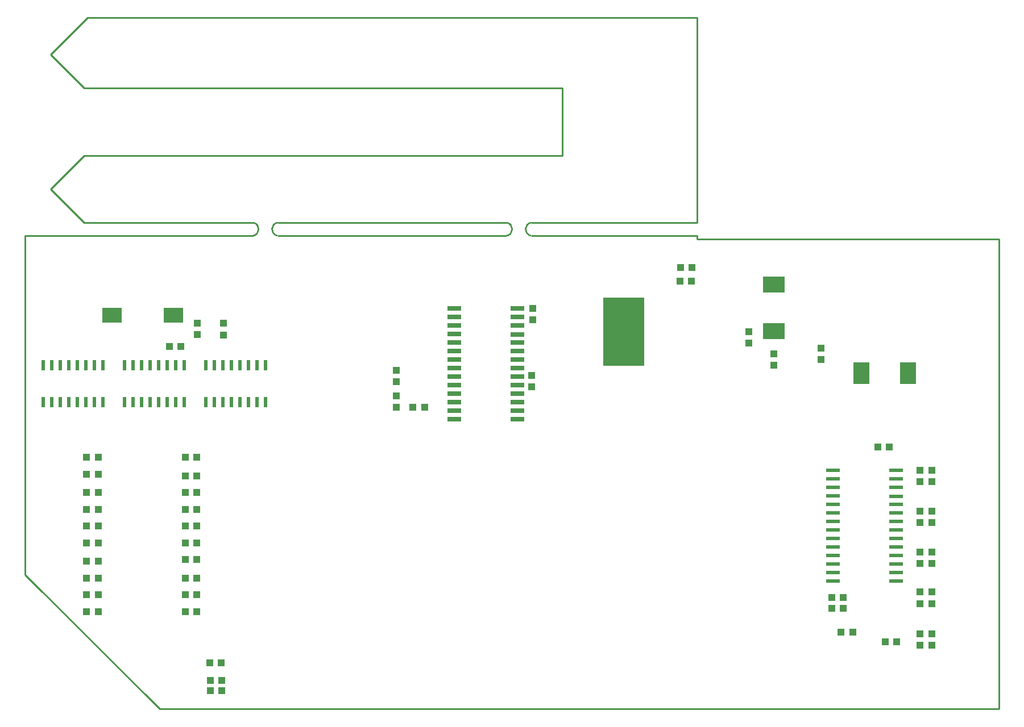
<source format=gtp>
%FSLAX25Y25*%
%MOIN*%
G70*
G01*
G75*
G04 Layer_Color=8421504*
%ADD10R,0.12992X0.09449*%
%ADD11R,0.02362X0.06102*%
%ADD12R,0.03937X0.04331*%
%ADD13R,0.04331X0.03937*%
%ADD14R,0.07874X0.02362*%
%ADD15R,0.24016X0.40000*%
%ADD16R,0.09449X0.12992*%
%ADD17R,0.11811X0.09055*%
%ADD18R,0.07874X0.02756*%
%ADD19C,0.01000*%
%ADD20C,0.05906*%
%ADD21C,0.27559*%
%ADD22C,0.01575*%
%ADD23C,0.01969*%
%ADD24C,0.02756*%
%ADD25C,0.03937*%
%ADD26C,0.07874*%
%ADD27C,0.06299*%
%ADD28R,0.06299X0.06299*%
%ADD29O,0.07874X0.04331*%
%ADD30O,0.03937X0.07874*%
%ADD31C,0.05906*%
%ADD32R,0.05906X0.05906*%
%ADD33C,0.01969*%
%ADD34C,0.04724*%
%ADD35C,0.09843*%
%ADD36R,0.06299X0.06299*%
%ADD37R,0.05906X0.05906*%
%ADD38O,0.07874X0.03937*%
%ADD39O,0.07874X0.03937*%
%ADD40C,0.08661*%
%ADD41C,0.07087*%
%ADD42O,0.05906X0.02953*%
%ADD43C,0.05000*%
%ADD44C,0.03543*%
%ADD45C,0.02756*%
%ADD46C,0.06693*%
D10*
X438976Y248917D02*
D03*
Y221555D02*
D03*
D11*
X25453Y179921D02*
D03*
X30453D02*
D03*
X35453D02*
D03*
X40453D02*
D03*
X45453D02*
D03*
X20453D02*
D03*
X15453D02*
D03*
X10453D02*
D03*
Y201575D02*
D03*
X15453D02*
D03*
X20453D02*
D03*
X45453D02*
D03*
X40453D02*
D03*
X35453D02*
D03*
X30453D02*
D03*
X25453D02*
D03*
X73090Y179921D02*
D03*
X78091D02*
D03*
X83091D02*
D03*
X88090D02*
D03*
X93090D02*
D03*
X68090D02*
D03*
X63090D02*
D03*
X58091D02*
D03*
Y201575D02*
D03*
X63090D02*
D03*
X68090D02*
D03*
X93090D02*
D03*
X88090D02*
D03*
X83091D02*
D03*
X78091D02*
D03*
X73090D02*
D03*
X120728Y179921D02*
D03*
X125728D02*
D03*
X130728D02*
D03*
X135728D02*
D03*
X140728D02*
D03*
X115728D02*
D03*
X110728D02*
D03*
X105728D02*
D03*
Y201575D02*
D03*
X110728D02*
D03*
X115728D02*
D03*
X140728D02*
D03*
X135728D02*
D03*
X130728D02*
D03*
X125728D02*
D03*
X120728D02*
D03*
D12*
X100787Y226378D02*
D03*
Y219685D02*
D03*
X116142Y226181D02*
D03*
Y219488D02*
D03*
X438976Y208465D02*
D03*
Y201772D02*
D03*
X217520Y191929D02*
D03*
Y198622D02*
D03*
X217520Y183661D02*
D03*
Y176969D02*
D03*
X524409Y85433D02*
D03*
Y92126D02*
D03*
X531496D02*
D03*
Y85433D02*
D03*
X524409Y109449D02*
D03*
Y116142D02*
D03*
X531496Y116142D02*
D03*
Y109449D02*
D03*
Y140157D02*
D03*
Y133465D02*
D03*
X524409Y133465D02*
D03*
Y140157D02*
D03*
Y61811D02*
D03*
Y68504D02*
D03*
Y37402D02*
D03*
Y44094D02*
D03*
X531496D02*
D03*
Y37402D02*
D03*
X531496Y68504D02*
D03*
Y61811D02*
D03*
X466535Y205118D02*
D03*
Y211811D02*
D03*
X424213Y221260D02*
D03*
Y214567D02*
D03*
X297638Y235039D02*
D03*
Y228346D02*
D03*
X296850Y188976D02*
D03*
Y195669D02*
D03*
D13*
X234055Y177165D02*
D03*
X227362D02*
D03*
X390551Y250984D02*
D03*
X383858D02*
D03*
X479528Y65354D02*
D03*
X472835D02*
D03*
X479528Y59055D02*
D03*
X472835D02*
D03*
X478346Y44882D02*
D03*
X485039D02*
D03*
X511024Y39370D02*
D03*
X504331D02*
D03*
X506693Y153543D02*
D03*
X500000D02*
D03*
X114961Y27165D02*
D03*
X108268D02*
D03*
X115354Y16535D02*
D03*
X108661D02*
D03*
X115354Y10630D02*
D03*
X108661D02*
D03*
X100591Y57087D02*
D03*
X93898D02*
D03*
X100591Y66929D02*
D03*
X93898D02*
D03*
X100591Y76772D02*
D03*
X93898D02*
D03*
X100591Y87598D02*
D03*
X93898D02*
D03*
X100591Y97441D02*
D03*
X93898D02*
D03*
X100591Y107283D02*
D03*
X93898D02*
D03*
X100591Y117126D02*
D03*
X93898D02*
D03*
X100591Y126969D02*
D03*
X93898D02*
D03*
X100591Y136811D02*
D03*
X93898D02*
D03*
X100591Y147638D02*
D03*
X93898D02*
D03*
X36024Y126969D02*
D03*
X42717D02*
D03*
X36024Y117126D02*
D03*
X42717D02*
D03*
X36024Y107283D02*
D03*
X42717D02*
D03*
X36024Y97441D02*
D03*
X42717D02*
D03*
X36024Y86614D02*
D03*
X42717D02*
D03*
X36024Y76772D02*
D03*
X42717D02*
D03*
X36024Y66929D02*
D03*
X42717D02*
D03*
X36024Y57087D02*
D03*
X42717D02*
D03*
X36024Y137795D02*
D03*
X42717D02*
D03*
X36024Y147638D02*
D03*
X42717D02*
D03*
X384055Y258858D02*
D03*
X390748D02*
D03*
X91339Y212598D02*
D03*
X84646D02*
D03*
D14*
X510630Y140039D02*
D03*
X473622D02*
D03*
Y75039D02*
D03*
Y95039D02*
D03*
Y125039D02*
D03*
Y120039D02*
D03*
Y110039D02*
D03*
Y85039D02*
D03*
Y90039D02*
D03*
Y100039D02*
D03*
Y115039D02*
D03*
Y105039D02*
D03*
Y130039D02*
D03*
Y80039D02*
D03*
Y135039D02*
D03*
X510630D02*
D03*
Y80039D02*
D03*
Y130039D02*
D03*
Y105039D02*
D03*
Y115039D02*
D03*
Y100039D02*
D03*
Y90039D02*
D03*
Y124764D02*
D03*
Y85039D02*
D03*
Y110039D02*
D03*
Y120039D02*
D03*
Y95039D02*
D03*
Y75039D02*
D03*
D15*
X350787Y221260D02*
D03*
D16*
X517618Y196850D02*
D03*
X490256D02*
D03*
D17*
X50787Y231102D02*
D03*
X87008D02*
D03*
D18*
X288583Y169921D02*
D03*
Y189921D02*
D03*
Y214921D02*
D03*
Y204921D02*
D03*
Y179921D02*
D03*
Y219646D02*
D03*
Y184921D02*
D03*
Y194921D02*
D03*
Y209921D02*
D03*
Y199921D02*
D03*
Y224921D02*
D03*
Y174921D02*
D03*
Y229921D02*
D03*
X251575D02*
D03*
Y174921D02*
D03*
Y224921D02*
D03*
Y199921D02*
D03*
Y209921D02*
D03*
Y194921D02*
D03*
Y184921D02*
D03*
Y179921D02*
D03*
Y204921D02*
D03*
Y214921D02*
D03*
Y219921D02*
D03*
Y189921D02*
D03*
Y169921D02*
D03*
Y234921D02*
D03*
X288583D02*
D03*
D19*
X133388Y277593D02*
G03*
X133893Y285299I-514J3903D01*
G01*
X148108Y285399D02*
G03*
X147603Y277693I514J-3903D01*
G01*
X296764Y285399D02*
G03*
X296259Y277693I514J-3903D01*
G01*
X282044Y277593D02*
G03*
X282549Y285299I-514J3903D01*
G01*
X-0Y78740D02*
Y277559D01*
Y78740D02*
X78740Y0D01*
X570866D01*
Y275590D01*
X570866Y275590D02*
X570866Y275590D01*
X393701Y275590D02*
X570866D01*
X393701D02*
Y277559D01*
X393667Y277593D02*
X393701Y277559D01*
X296730Y277593D02*
X393667D01*
X296730Y285399D02*
X393667D01*
X393701Y285433D01*
Y405512D01*
X36417D02*
X393701D01*
X14764Y383858D02*
X36417Y405512D01*
X14764Y383858D02*
X34449Y364173D01*
X314961D01*
Y324803D02*
Y364173D01*
X34449Y324803D02*
X314961D01*
X14764Y305118D02*
X34449Y324803D01*
X14764Y305118D02*
X34449Y285433D01*
X133800D01*
X34Y277593D02*
X133388D01*
X-0Y277559D02*
X34Y277593D01*
X148108Y285399D02*
X282456D01*
X148108Y277593D02*
X282010D01*
M02*

</source>
